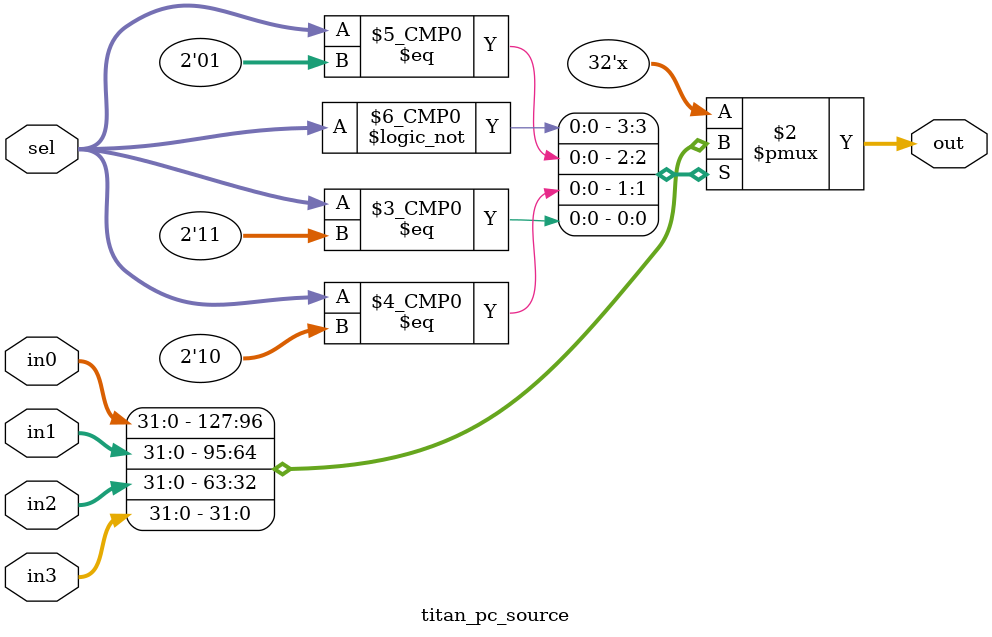
<source format=v>

module titan_pc_source (
		  input 	[31:0] 	in0,
		  input 	[31:0] 	in1,
		  input 	[31:0] 	in2,
		  input 	[31:0] 	in3,
		  input 	[1:0]  	sel,
		  output reg 	[31:0] 	out );

	always @(*) begin
		case(sel)
			2'b00: out = in0;
			2'b01: out = in1;
			2'b10: out = in2;
			2'b11: out = in3;
		endcase
	end 
  endmodule

</source>
